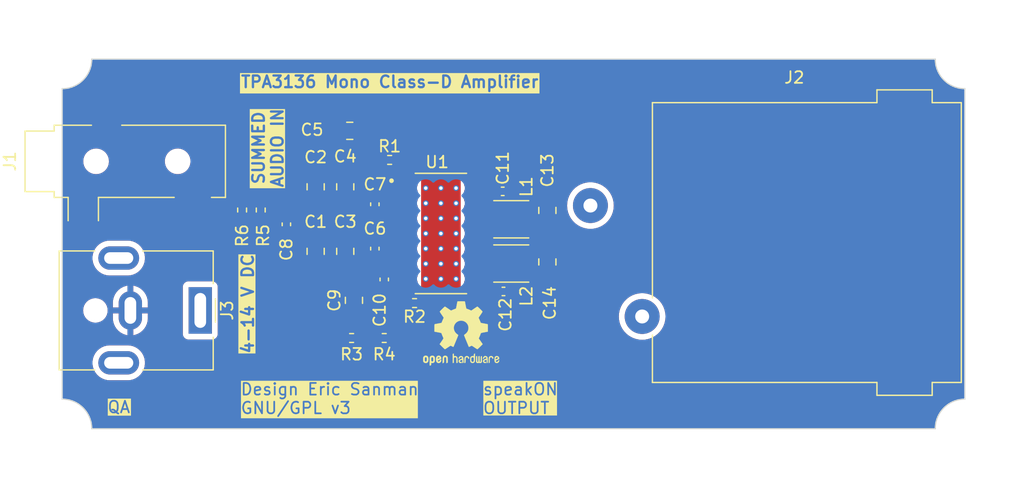
<source format=kicad_pcb>
(kicad_pcb (version 20221018) (generator pcbnew)
  (layers (0 "F.Cu" signal) (31 "B.Cu" signal) (34 "B.Paste" user) (35 "F.Paste" user) (36 "B.SilkS" user "B.Silkscreen") (37 "F.SilkS" user "F.Silkscreen") (38 "B.Mask" user) (39 "F.Mask" user) (44 "Edge.Cuts" user))
  (net 0 "")
  (net 1 "GND")
  (net 2 "VCC")
  (net 3 "/RINP")
  (net 4 "AMPIN")
  (net 5 "Net-(U1-GVDD)")
  (net 6 "/RINN")
  (net 7 "/OFILTER")
  (net 8 "/SPKR")
  (net 9 "Net-(J1-PadR)")
  (net 10 "Net-(J1-PadT)")
  (net 11 "{slash}SHUTDOWN")
  (net 12 "Net-(U1-PBTL)")
  (net 13 "Net-(U1-PLIMIT)")
  (footprint "TPA3136D2PWPR:IC_TPS61196PWPRQ1" (layer "F.Cu") (at 144.2625 81.02)
    (fp_text reference "U1" (at -0.325 -6.135) (layer "F.SilkS"))
    (fp_text value "TPA3136D2PWPR")
    (pad "1" smd rect (at -2.8 -4.225) (size 1.6 0.3) (layers "F.Cu") (net 11 "{slash}SHUTDOWN"))
    (pad "2" smd rect (at -2.8 -3.575) (size 1.6 0.3) (layers "F.Cu") (net 11 "{slash}SHUTDOWN"))
    (pad "3" smd rect (at -2.8 -2.925) (size 1.6 0.3) (layers "F.Cu"))
    (pad "4" smd rect (at -2.8 -2.275) (size 1.6 0.3) (layers "F.Cu"))
    (pad "5" smd rect (at -2.8 -1.625) (size 1.6 0.3) (layers "F.Cu") (net 1 "GND"))
    (pad "6" smd rect (at -2.8 -0.975) (size 1.6 0.3) (layers "F.Cu") (net 1 "GND"))
    (pad "7" smd rect (at -2.8 -0.325) (size 1.6 0.3) (layers "F.Cu") (net 2 "VCC"))
    (pad "8" smd rect (at -2.8 0.325) (size 1.6 0.3) (layers "F.Cu") (net 1 "GND"))
    (pad "9" smd rect (at -2.8 0.975) (size 1.6 0.3) (layers "F.Cu") (net 5 "Net-(U1-GVDD)"))
    (pad "10" smd rect (at -2.8 1.625) (size 1.6 0.3) (layers "F.Cu") (net 13 "Net-(U1-PLIMIT)"))
    (pad "11" smd rect (at -2.8 2.275) (size 1.6 0.3) (layers "F.Cu") (net 6 "/RINN"))
    (pad "12" smd rect (at -2.8 2.925) (size 1.6 0.3) (layers "F.Cu") (net 3 "/RINP"))
    (pad "13" smd rect (at -2.8 3.575) (size 1.6 0.3) (layers "F.Cu") (net 1 "GND"))
    (pad "14" smd rect (at -2.8 4.225) (size 1.6 0.3) (layers "F.Cu") (net 12 "Net-(U1-PBTL)"))
    (pad "15" smd rect (at 2.8 4.225) (size 1.6 0.3) (layers "F.Cu") (net 2 "VCC"))
    (pad "16" smd rect (at 2.8 3.575) (size 1.6 0.3) (layers "F.Cu") (net 2 "VCC"))
    (pad "17" smd rect (at 2.8 2.925) (size 1.6 0.3) (layers "F.Cu") (net 7 "/OFILTER"))
    (pad "18" smd rect (at 2.8 2.275) (size 1.6 0.3) (layers "F.Cu") (net 7 "/OFILTER"))
    (pad "19" smd rect (at 2.8 1.625) (size 1.6 0.3) (layers "F.Cu") (net 1 "GND"))
    (pad "20" smd rect (at 2.8 0.975) (size 1.6 0.3) (layers "F.Cu") (net 7 "/OFILTER"))
    (pad "21" smd rect (at 2.8 0.325) (size 1.6 0.3) (layers "F.Cu") (net 7 "/OFILTER"))
    (pad "22" smd rect (at 2.8 -0.325) (size 1.6 0.3) (layers "F.Cu") (net 7 "/OFILTER"))
    (pad "23" smd rect (at 2.8 -0.975) (size 1.6 0.3) (layers "F.Cu") (net 7 "/OFILTER"))
    (pad "24" smd rect (at 2.8 -1.625) (size 1.6 0.3) (layers "F.Cu") (net 1 "GND"))
    (pad "25" smd rect (at 2.8 -2.275) (size 1.6 0.3) (layers "F.Cu") (net 7 "/OFILTER"))
    (pad "26" smd rect (at 2.8 -2.925) (size 1.6 0.3) (layers "F.Cu") (net 7 "/OFILTER"))
    (pad "27" smd rect (at 2.8 -3.575) (size 1.6 0.3) (layers "F.Cu") (net 2 "VCC"))
    (pad "28" smd rect (at 2.8 -4.225) (size 1.6 0.3) (layers "F.Cu") (net 2 "VCC"))
    (pad "29" smd rect (at 0 0) (size 3.4 9.7) (layers "F.Cu") (net 1 "GND"))
    (pad "30" thru_hole circle (at 0 0) (size 0.5 0.5) (drill 0.3) (layers "*.Cu"))
    (pad "31" thru_hole circle (at 0 -1.3) (size 0.5 0.5) (drill 0.3) (layers "*.Cu"))
    (pad "32" thru_hole circle (at 0 -2.6) (size 0.5 0.5) (drill 0.3) (layers "*.Cu"))
    (pad "33" thru_hole circle (at 0 -3.9) (size 0.5 0.5) (drill 0.3) (layers "*.Cu"))
    (pad "34" thru_hole circle (at 0 1.3) (size 0.5 0.5) (drill 0.3) (layers "*.Cu"))
    (pad "35" thru_hole circle (at 0 2.6) (size 0.5 0.5) (drill 0.3) (layers "*.Cu"))
    (pad "36" thru_hole circle (at 0 3.9) (size 0.5 0.5) (drill 0.3) (layers "*.Cu"))
    (pad "37" thru_hole circle (at -1.3 -3.9) (size 0.5 0.5) (drill 0.3) (layers "*.Cu"))
    (pad "38" thru_hole circle (at 1.3 -3.9) (size 0.5 0.5) (drill 0.3) (layers "*.Cu"))
    (pad "39" thru_hole circle (at -1.3 -2.6) (size 0.5 0.5) (drill 0.3) (layers "*.Cu"))
    (pad "40" thru_hole circle (at 1.3 -2.6) (size 0.5 0.5) (drill 0.3) (layers "*.Cu"))
    (pad "41" thru_hole circle (at 1.3 -1.3) (size 0.5 0.5) (drill 0.3) (layers "*.Cu"))
    (pad "42" thru_hole circle (at -1.3 -1.3) (size 0.5 0.5) (drill 0.3) (layers "*.Cu"))
    (pad "43" thru_hole circle (at -1.3 0) (size 0.5 0.5) (drill 0.3) (layers "*.Cu"))
    (pad "44" thru_hole circle (at 1.3 0) (size 0.5 0.5) (drill 0.3) (layers "*.Cu"))
    (pad "45" thru_hole circle (at -1.3 1.3) (size 0.5 0.5) (drill 0.3) (layers "*.Cu"))
    (pad "46" thru_hole circle (at 1.3 1.3) (size 0.5 0.5) (drill 0.3) (layers "*.Cu"))
    (pad "47" thru_hole circle (at -1.3 2.6) (size 0.5 0.5) (drill 0.3) (layers "*.Cu"))
    (pad "48" thru_hole circle (at 1.3 2.6) (size 0.5 0.5) (drill 0.3) (layers "*.Cu"))
    (pad "49" thru_hole circle (at -1.3 3.9) (size 0.5 0.5) (drill 0.3) (layers "*.Cu"))
    (pad "50" thru_hole circle (at 1.3 3.9) (size 0.5 0.5) (drill 0.3) (layers "*.Cu"))
  )
  (footprint "Capacitor_SMD:C_0402_1005Metric_Pad0.74x0.62mm_HandSolder" (layer "F.Cu") (at 138.5925 78.51 90)
    (fp_text reference "C7" (at 1.71 0.0075 180) (layer "F.SilkS"))
    (fp_text value "1000p")
    (pad "1" smd roundrect (at -0.5675 0 90) (size 0.735 0.62) (layers "F.Cu" "F.Paste" "F.Mask") (net 2 "VCC"))
    (pad "2" smd roundrect (at 0.5675 0 90) (size 0.735 0.62) (layers "F.Cu" "F.Paste" "F.Mask") (net 1 "GND"))
  )
  (footprint "Resistor_SMD:R_0402_1005Metric_Pad0.72x0.64mm_HandSolder" (layer "F.Cu") (at 127.2 79.0025 -90)
    (fp_text reference "R6" (at 2.1975 0 90) (layer "F.SilkS"))
    (fp_text value "1k")
    (pad "1" smd roundrect (at -0.5975 0 270) (size 0.715 0.64) (layers "F.Cu" "F.Paste" "F.Mask") (net 10 "Net-(J1-PadT)"))
    (pad "2" smd roundrect (at 0.5975 0 270) (size 0.715 0.64) (layers "F.Cu" "F.Paste" "F.Mask") (net 4 "AMPIN"))
  )
  (footprint "Resistor_SMD:R_0402_1005Metric_Pad0.72x0.64mm_HandSolder" (layer "F.Cu") (at 142 87 180)
    (fp_text reference "R2" (at 0 -1.17) (layer "F.SilkS"))
    (fp_text value "100k")
    (pad "1" smd roundrect (at -0.5975 0 180) (size 0.715 0.64) (layers "F.Cu" "F.Paste" "F.Mask") (net 2 "VCC"))
    (pad "2" smd roundrect (at 0.5975 0 180) (size 0.715 0.64) (layers "F.Cu" "F.Paste" "F.Mask") (net 12 "Net-(U1-PBTL)"))
  )
  (footprint "Inductor_SMD:L_Taiyo-Yuden_MD-3030" (layer "F.Cu") (at 150.3 83.6)
    (fp_text reference "L2" (at 1.3 2.8 90) (layer "F.SilkS"))
    (fp_text value "33u")
    (pad "1" smd rect (at -1.1 0) (size 0.8 2.7) (layers "F.Cu" "F.Paste" "F.Mask") (net 7 "/OFILTER"))
    (pad "2" smd rect (at 1.1 0) (size 0.8 2.7) (layers "F.Cu" "F.Paste" "F.Mask") (net 8 "/SPKR"))
  )
  (footprint "Capacitor_SMD:C_0805_2012Metric_Pad1.18x1.45mm_HandSolder" (layer "F.Cu") (at 133.5125 77.0075 90)
    (fp_text reference "C2" (at 2.54 0) (layer "F.SilkS"))
    (fp_text value "100u")
    (pad "1" smd roundrect (at -1.0375 0 90) (size 1.175 1.45) (layers "F.Cu" "F.Paste" "F.Mask") (roundrect_rratio 0.212766) (net 2 "VCC"))
    (pad "2" smd roundrect (at 1.0375 0 90) (size 1.175 1.45) (layers "F.Cu" "F.Paste" "F.Mask") (roundrect_rratio 0.212766) (net 1 "GND"))
  )
  (footprint "Connector_BarrelJack:BarrelJack_CUI_PJ-063AH_Horizontal" (layer "F.Cu") (at 123.61 87.63 -90)
    (fp_text reference "J3" (at 0 -2.3 90) (layer "F.SilkS"))
    (fp_text value "Barrel_Jack")
    (pad "" np_thru_hole circle (at 0 9 270) (size 1.6 1.6) (drill 1.6) (layers "*.Cu" "*.Mask"))
    (pad "1" thru_hole rect (at 0 0 270) (size 4 2) (drill oval 3 1) (layers "*.Cu" "*.Mask") (net 2 "VCC"))
    (pad "2" thru_hole oval (at 0 6 270) (size 3.3 2) (drill oval 2.3 1) (layers "*.Cu" "*.Mask") (net 1 "GND"))
    (pad "MP" thru_hole oval (at -4.5 7 270) (size 2 3.5) (drill oval 1 2.5) (layers "*.Cu" "*.Mask"))
    (pad "MP" thru_hole oval (at 4.5 7 270) (size 2 3.5) (drill oval 1 2.5) (layers "*.Cu" "*.Mask"))
  )
  (footprint "Capacitor_SMD:C_0402_1005Metric_Pad0.74x0.62mm_HandSolder" (layer "F.Cu") (at 138.5925 82.32 90)
    (fp_text reference "C6" (at 1.72 0.0075 180) (layer "F.SilkS"))
    (fp_text value "1000p")
    (pad "1" smd roundrect (at -0.5675 0 90) (size 0.735 0.62) (layers "F.Cu" "F.Paste" "F.Mask") (net 1 "GND"))
    (pad "2" smd roundrect (at 0.5675 0 90) (size 0.735 0.62) (layers "F.Cu" "F.Paste" "F.Mask") (net 2 "VCC"))
  )
  (footprint "Capacitor_SMD:C_0805_2012Metric_Pad1.18x1.45mm_HandSolder" (layer "F.Cu") (at 136.8 86.7625 90)
    (fp_text reference "C9" (at 0 -1.68 90) (layer "F.SilkS"))
    (fp_text value "1u")
    (pad "1" smd roundrect (at -1.0375 0 90) (size 1.175 1.45) (layers "F.Cu" "F.Paste" "F.Mask") (roundrect_rratio 0.212766) (net 1 "GND"))
    (pad "2" smd roundrect (at 1.0375 0 90) (size 1.175 1.45) (layers "F.Cu" "F.Paste" "F.Mask") (roundrect_rratio 0.212766) (net 5 "Net-(U1-GVDD)"))
  )
  (footprint "Capacitor_SMD:C_0805_2012Metric_Pad1.18x1.45mm_HandSolder" (layer "F.Cu") (at 136.44 72.2 180)
    (fp_text reference "C5" (at 3.24 0.09) (layer "F.SilkS"))
    (fp_text value "1u")
    (pad "1" smd roundrect (at -1.0375 0 180) (size 1.175 1.45) (layers "F.Cu" "F.Paste" "F.Mask") (roundrect_rratio 0.212766) (net 2 "VCC"))
    (pad "2" smd roundrect (at 1.0375 0 180) (size 1.175 1.45) (layers "F.Cu" "F.Paste" "F.Mask") (roundrect_rratio 0.212766) (net 1 "GND"))
  )
  (footprint "Capacitor_SMD:C_0805_2012Metric_Pad1.18x1.45mm_HandSolder" (layer "F.Cu") (at 153.4 83.4625 -90)
    (fp_text reference "C14" (at 3.5375 -0.2 -90) (layer "F.SilkS"))
    (fp_text value "1u")
    (pad "1" smd roundrect (at -1.0375 0 270) (size 1.175 1.45) (layers "F.Cu" "F.Paste" "F.Mask") (roundrect_rratio 0.212766) (net 8 "/SPKR"))
    (pad "2" smd roundrect (at 1.0375 0 270) (size 1.175 1.45) (layers "F.Cu" "F.Paste" "F.Mask") (roundrect_rratio 0.212766) (net 1 "GND"))
  )
  (footprint "Capacitor_SMD:C_0402_1005Metric_Pad0.74x0.62mm_HandSolder" (layer "F.Cu") (at 131 80.2325 90)
    (fp_text reference "C8" (at -2.1675 0 90) (layer "F.SilkS"))
    (fp_text value "0.27u")
    (pad "1" smd roundrect (at -0.5675 0 90) (size 0.735 0.62) (layers "F.Cu" "F.Paste" "F.Mask") (net 3 "/RINP"))
    (pad "2" smd roundrect (at 0.5675 0 90) (size 0.735 0.62) (layers "F.Cu" "F.Paste" "F.Mask") (net 4 "AMPIN"))
  )
  (footprint "Capacitor_SMD:C_0805_2012Metric_Pad1.18x1.45mm_HandSolder" (layer "F.Cu") (at 136.0525 77.0075 90)
    (fp_text reference "C4" (at 2.6075 0) (layer "F.SilkS"))
    (fp_text value ".1u")
    (pad "1" smd roundrect (at -1.0375 0 90) (size 1.175 1.45) (layers "F.Cu" "F.Paste" "F.Mask") (roundrect_rratio 0.212766) (net 2 "VCC"))
    (pad "2" smd roundrect (at 1.0375 0 90) (size 1.175 1.45) (layers "F.Cu" "F.Paste" "F.Mask") (roundrect_rratio 0.212766) (net 1 "GND"))
  )
  (footprint "Capacitor_SMD:C_0402_1005Metric_Pad0.74x0.62mm_HandSolder" (layer "F.Cu") (at 139.4 84.9675 90)
    (fp_text reference "C10" (at -2.6325 -0.4 90) (layer "F.SilkS"))
    (fp_text value ".27u")
    (pad "1" smd roundrect (at -0.5675 0 90) (size 0.735 0.62) (layers "F.Cu" "F.Paste" "F.Mask") (net 6 "/RINN"))
    (pad "2" smd roundrect (at 0.5675 0 90) (size 0.735 0.62) (layers "F.Cu" "F.Paste" "F.Mask") (net 1 "GND"))
  )
  (footprint "Capacitor_SMD:C_0805_2012Metric_Pad1.18x1.45mm_HandSolder" (layer "F.Cu") (at 153.4 79.0375 90)
    (fp_text reference "C13" (at 3.4375 0 270) (layer "F.SilkS"))
    (fp_text value "1u")
    (pad "1" smd roundrect (at -1.0375 0 90) (size 1.175 1.45) (layers "F.Cu" "F.Paste" "F.Mask") (roundrect_rratio 0.212766) (net 8 "/SPKR"))
    (pad "2" smd roundrect (at 1.0375 0 90) (size 1.175 1.45) (layers "F.Cu" "F.Paste" "F.Mask") (roundrect_rratio 0.212766) (net 1 "GND"))
  )
  (footprint "Resistor_SMD:R_0402_1005Metric_Pad0.72x0.64mm_HandSolder" (layer "F.Cu") (at 139.8625 74.7)
    (fp_text reference "R1" (at 0 -1.17) (layer "F.SilkS"))
    (fp_text value "100k")
    (pad "1" smd roundrect (at -0.5975 0) (size 0.715 0.64) (layers "F.Cu" "F.Paste" "F.Mask") (net 2 "VCC"))
    (pad "2" smd roundrect (at 0.5975 0) (size 0.715 0.64) (layers "F.Cu" "F.Paste" "F.Mask") (net 11 "{slash}SHUTDOWN"))
  )
  (footprint "Connector_Audio:Jack_speakON_Neutrik_NL2MDXX-H-3_Horizontal" (layer "F.Cu") (at 157.095 78.62)
    (fp_text reference "J2" (at 17.5 -11) (layer "F.SilkS"))
    (fp_text value "speakON_NL2MDXX-V")
    (pad "1+" thru_hole circle (at 0 0) (size 3 3) (drill 1.2) (layers "*.Cu" "*.Mask") (net 8 "/SPKR"))
    (pad "1-" thru_hole circle (at 4.44 9.53) (size 3 3) (drill 1.2) (layers "*.Cu" "*.Mask") (net 8 "/SPKR"))
  )
  (footprint "Capacitor_SMD:C_0805_2012Metric_Pad1.18x1.45mm_HandSolder" (layer "F.Cu") (at 133.5125 82.5525 90)
    (fp_text reference "C1" (at 2.54 0 180) (layer "F.SilkS"))
    (fp_text value "100u")
    (pad "1" smd roundrect (at -1.0375 0 90) (size 1.175 1.45) (layers "F.Cu" "F.Paste" "F.Mask") (roundrect_rratio 0.212766) (net 1 "GND"))
    (pad "2" smd roundrect (at 1.0375 0 90) (size 1.175 1.45) (layers "F.Cu" "F.Paste" "F.Mask") (roundrect_rratio 0.212766) (net 2 "VCC"))
  )
  (footprint "Inductor_SMD:L_Taiyo-Yuden_MD-3030" (layer "F.Cu") (at 150.3 79.8)
    (fp_text reference "L1" (at 1.3 -2.8 -90) (layer "F.SilkS"))
    (fp_text value "33u")
    (pad "1" smd rect (at -1.1 0) (size 0.8 2.7) (layers "F.Cu" "F.Paste" "F.Mask") (net 7 "/OFILTER"))
    (pad "2" smd rect (at 1.1 0) (size 0.8 2.7) (layers "F.Cu" "F.Paste" "F.Mask") (net 8 "/SPKR"))
  )
  (footprint "Resistor_SMD:R_0402_1005Metric_Pad0.72x0.64mm_HandSolder" (layer "F.Cu") (at 139.3975 90 180)
    (fp_text reference "R4" (at 0 -1.4) (layer "F.SilkS"))
    (fp_text value "56k")
    (pad "1" smd roundrect (at -0.5975 0 180) (size 0.715 0.64) (layers "F.Cu" "F.Paste" "F.Mask") (net 13 "Net-(U1-PLIMIT)"))
    (pad "2" smd roundrect (at 0.5975 0 180) (size 0.715 0.64) (layers "F.Cu" "F.Paste" "F.Mask") (net 5 "Net-(U1-GVDD)"))
  )
  (footprint "Symbol:OSHW-Logo2_7.3x6mm_SilkScreen" (layer "F.Cu") (at 146 89.6)
    (fp_text reference "REF**" hide)
    (fp_text value "OSHW-Logo2_7.3x6mm_SilkScreen" hide)
  )
  (footprint "Capacitor_SMD:C_0402_1005Metric_Pad0.74x0.62mm_HandSolder" (layer "F.Cu") (at 149.5675 77.4)
    (fp_text reference "C11" (at 0 -2 90) (layer "F.SilkS"))
    (fp_text value ".47u")
    (pad "1" smd roundrect (at -0.5675 0) (size 0.735 0.62) (layers "F.Cu" "F.Paste" "F.Mask") (net 7 "/OFILTER"))
    (pad "2" smd roundrect (at 0.5675 0) (size 0.735 0.62) (layers "F.Cu" "F.Paste" "F.Mask") (net 7 "/OFILTER"))
  )
  (footprint "Resistor_SMD:R_0402_1005Metric_Pad0.72x0.64mm_HandSolder" (layer "F.Cu") (at 128.8 79.0025 90)
    (fp_text reference "R5" (at -2.1975 0.2 90) (layer "F.SilkS"))
    (fp_text value "1k")
    (pad "1" smd roundrect (at -0.5975 0 90) (size 0.715 0.64) (layers "F.Cu" "F.Paste" "F.Mask") (net 4 "AMPIN"))
    (pad "2" smd roundrect (at 0.5975 0 90) (size 0.715 0.64) (layers "F.Cu" "F.Paste" "F.Mask") (net 9 "Net-(J1-PadR)"))
  )
  (footprint "Connector_Audio:Jack_3.5mm_CUI_SJ-3523-SMT_Horizontal" (layer "F.Cu") (at 117.17 74.82 90)
    (fp_text reference "J1" (at 0 -9.9 90) (layer "F.SilkS"))
    (fp_text value "AudioJack3")
    (pad "" np_thru_hole circle (at 0 -2.5 90) (size 1.7 1.7) (drill 1.7) (layers "*.Cu" "*.Mask"))
    (pad "" np_thru_hole circle (at 0 4.5 90) (size 1.7 1.7) (drill 1.7) (layers "*.Cu" "*.Mask"))
    (pad "R" smd rect (at 3.7 -1.6 90) (size 2.8 2.2) (layers "F.Cu" "F.Paste" "F.Mask") (net 9 "Net-(J1-PadR)"))
    (pad "S" smd rect (at -3.7 -3.6 90) (size 2.8 2.2) (layers "F.Cu" "F.Paste" "F.Mask") (net 1 "GND"))
    (pad "T" smd rect (at -3.7 5.8 90) (size 2.8 2.8) (layers "F.Cu" "F.Paste" "F.Mask") (net 10 "Net-(J1-PadT)"))
  )
  (footprint "Capacitor_SMD:C_0805_2012Metric_Pad1.18x1.45mm_HandSolder" (layer "F.Cu") (at 136.0525 82.5525 90)
    (fp_text reference "C3" (at 2.54 0 180) (layer "F.SilkS"))
    (fp_text value ".1u")
    (pad "1" smd roundrect (at -1.0375 0 90) (size 1.175 1.45) (layers "F.Cu" "F.Paste" "F.Mask") (roundrect_rratio 0.212766) (net 1 "GND"))
    (pad "2" smd roundrect (at 1.0375 0 90) (size 1.175 1.45) (layers "F.Cu" "F.Paste" "F.Mask") (roundrect_rratio 0.212766) (net 2 "VCC"))
  )
  (footprint "Resistor_SMD:R_0402_1005Metric_Pad0.72x0.64mm_HandSolder" (layer "F.Cu") (at 136.5975 90)
    (fp_text reference "R3" (at 0 1.4) (layer "F.SilkS"))
    (fp_text value "39k")
    (pad "1" smd roundrect (at -0.5975 0) (size 0.715 0.64) (layers "F.Cu" "F.Paste" "F.Mask") (net 1 "GND"))
    (pad "2" smd roundrect (at 0.5975 0) (size 0.715 0.64) (layers "F.Cu" "F.Paste" "F.Mask") (net 13 "Net-(U1-PLIMIT)"))
  )
  (footprint "Capacitor_SMD:C_0402_1005Metric_Pad0.74x0.62mm_HandSolder" (layer "F.Cu") (at 149.6325 86 180)
    (fp_text reference "C12" (at -0.1675 -2 90) (layer "F.SilkS"))
    (fp_text value ".47u")
    (pad "1" smd roundrect (at -0.5675 0 180) (size 0.735 0.62) (layers "F.Cu" "F.Paste" "F.Mask") (net 7 "/OFILTER"))
    (pad "2" smd roundrect (at 0.5675 0 180) (size 0.735 0.62) (layers "F.Cu" "F.Paste" "F.Mask") (net 7 "/OFILTER"))
  )
  (gr_line (start 186.69 97.79) (end 114.3 97.79) (stroke (width 0.1)) (layer "Edge.Cuts"))
  (gr_line (start 189.23 68.58) (end 189.23 95.25) (stroke (width 0.1)) (layer "Edge.Cuts"))
  (gr_arc (start 114.3 66.04) (mid 113.556051 67.836051) (end 111.76 68.58) (stroke (width 0.1)) (layer "Edge.Cuts"))
  (gr_arc (start 189.23 68.58) (mid 187.433949 67.836051) (end 186.69 66.04) (stroke (width 0.1)) (layer "Edge.Cuts"))
  (gr_line (start 114.3 66.04) (end 186.69 66.04) (stroke (width 0.1)) (layer "Edge.Cuts"))
  (gr_arc (start 186.69 97.79) (mid 187.433949 95.993949) (end 189.23 95.25) (stroke (width 0.1)) (layer "Edge.Cuts"))
  (gr_line (start 111.76 95.25) (end 111.76 68.58) (stroke (width 0.1)) (layer "Edge.Cuts"))
  (gr_arc (start 111.76 95.25) (mid 113.556051 95.993949) (end 114.3 97.79) (stroke (width 0.1)) (layer "Edge.Cuts"))
  (gr_text "SUMMED\nAUDIO IN" (at 130.81 73.66 90) (layer "F.SilkS" knockout) (effects (font (size 1 1) (thickness 0.2) bold) (justify bottom)))
  (gr_text "speakON\nOUTPUT" (at 147.8 96.6) (layer "F.SilkS" knockout) (effects (font (size 1 1)) (justify left bottom)))
  (gr_text "4-14 V DC" (at 128.27 91.44 90) (layer "F.SilkS" knockout) (effects (font (size 1 1) (thickness 0.2) bold) (justify left bottom)))
  (gr_text "QA" (at 115.57 96.52) (layer "F.SilkS" knockout) (effects (font (size 1 1)) (justify left bottom)))
  (gr_text "TPA3136 Mono Class-D Amplifier" (at 127 68.58) (layer "F.SilkS" knockout) (effects (font (size 1 1) (thickness 0.2) bold) (justify left bottom)))
  (gr_text "Design Eric Sanman\nGNU/GPL v3" (at 127 96.6) (layer "F.SilkS" knockout) (effects (font (size 1 1)) (justify left bottom)))
  (zone (net 1) (net_name "GND") (layer "F.Cu") (priority 1) (connect_pads (clearance 0.5)) (min_thickness 0.25) (fill yes (thermal_gap 0.5) (thermal_bridge_width 0.5))
    (polygon (pts (xy 151.13 62.23) (xy 167.64 60.96) (xy 191.77 60.96) (xy 194.31 86.36) (xy 191.77 102.87) (xy 109.22 101.6) (xy 106.68 62.23) (xy 152.4 62.23)))
  )
  (zone (net 1) (net_name "GND") (layer "B.Cu") (connect_pads (clearance 0.5)) (min_thickness 0.25) (fill yes (thermal_gap 0.5) (thermal_bridge_width 0.5))
    (polygon (pts (xy 153.67 62.23) (xy 190.5 62.23) (xy 194.31 78.74) (xy 191.77 101.6) (xy 163.83 102.87) (xy 129.54 101.6) (xy 110.49 101.6) (xy 106.68 87.63) (xy 107.95 72.39) (xy 110.49 62.23) (xy 154.94 62.23) (xy 158.75 60.96)))
  )
)
</source>
